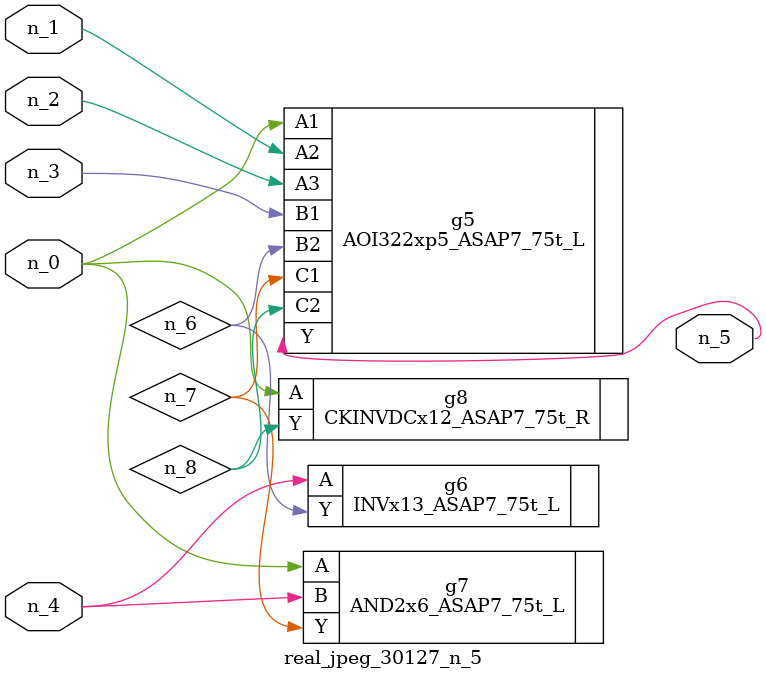
<source format=v>
module real_jpeg_30127_n_5 (n_4, n_0, n_1, n_2, n_3, n_5);

input n_4;
input n_0;
input n_1;
input n_2;
input n_3;

output n_5;

wire n_8;
wire n_6;
wire n_7;

AOI322xp5_ASAP7_75t_L g5 ( 
.A1(n_0),
.A2(n_1),
.A3(n_2),
.B1(n_3),
.B2(n_6),
.C1(n_7),
.C2(n_8),
.Y(n_5)
);

AND2x6_ASAP7_75t_L g7 ( 
.A(n_0),
.B(n_4),
.Y(n_7)
);

CKINVDCx12_ASAP7_75t_R g8 ( 
.A(n_0),
.Y(n_8)
);

INVx13_ASAP7_75t_L g6 ( 
.A(n_4),
.Y(n_6)
);


endmodule
</source>
